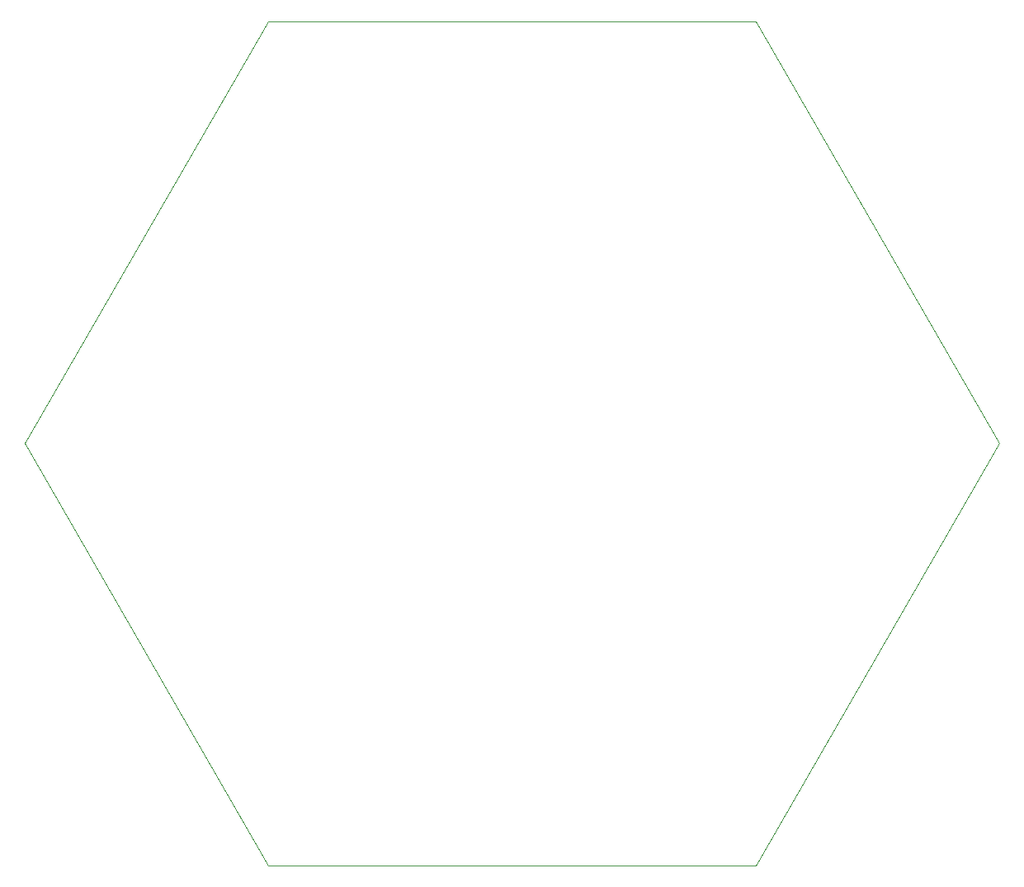
<source format=gko>
G04*
G04 #@! TF.GenerationSoftware,Altium Limited,Altium Designer,21.0.9 (235)*
G04*
G04 Layer_Color=16711935*
%FSLAX25Y25*%
%MOIN*%
G70*
G04*
G04 #@! TF.SameCoordinates,40033AE3-64CB-4EA6-9D7A-4CABB624556D*
G04*
G04*
G04 #@! TF.FilePolarity,Positive*
G04*
G01*
G75*
%ADD39C,0.00394*%
D39*
X290075Y288023D02*
X486925D01*
X585350Y458500D01*
X486925Y628977D02*
X585350Y458500D01*
X290075Y628977D02*
X486925D01*
X191650Y458500D02*
X290075Y628977D01*
X191650Y458500D02*
X290075Y288023D01*
M02*

</source>
